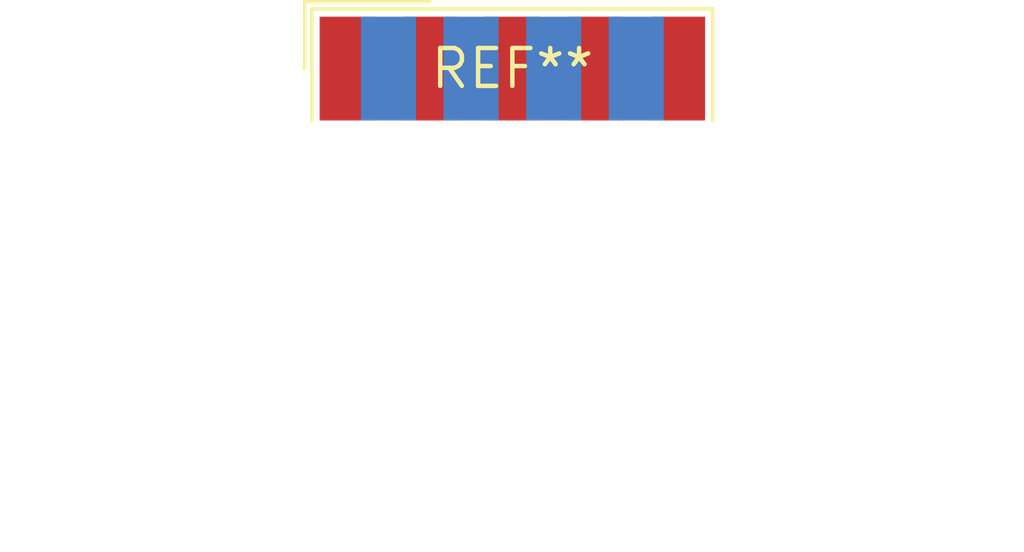
<source format=kicad_pcb>
(kicad_pcb (version 20240108) (generator pcbnew)
  (layers (0 "F.Cu" signal) (31 "B.Cu" signal) (34 "B.Paste" user) (35 "F.Paste" user) (36 "B.SilkS" user "B.Silkscreen") (37 "F.SilkS" user "F.Silkscreen") (38 "B.Mask" user) (39 "F.Mask" user) (44 "Edge.Cuts" user))
  (net 0 "")
  (footprint "DSUB-9_Male_EdgeMount_P2.77mm" (layer "F.Cu") (at 0 0)
    (property "Reference" "REF**")
    (property "Value" "DSUB-9_Male_EdgeMount_P2.77mm")
    (fp_line (start -6.963333 -2.24) (end -2.77 -2.24) (layer "F.SilkS") (stroke (width 0.12)))
    (fp_line (start -6.963333 0) (end -6.963333 -2.24) (layer "F.SilkS") (stroke (width 0.12)))
    (fp_line (start -6.723333 -2) (end -6.723333 1.74) (layer "F.SilkS") (stroke (width 0.12)))
    (fp_line (start 6.723333 -2) (end -6.723333 -2) (layer "F.SilkS") (stroke (width 0.12)))
    (fp_line (start 6.723333 1.74) (end 6.723333 -2) (layer "F.SilkS") (stroke (width 0.12)))
    (pad "1" smd rect (at -5.54 0) (size 1.846667 3.48) (layers "F.Cu" "F.Paste" "F.Mask"))
    (pad "2" smd rect (at -2.77 0) (size 1.846667 3.48) (layers "F.Cu" "F.Paste" "F.Mask"))
    (pad "3" smd rect (at 0 0) (size 1.846667 3.48) (layers "F.Cu" "F.Paste" "F.Mask"))
    (pad "4" smd rect (at 2.77 0) (size 1.846667 3.48) (layers "F.Cu" "F.Paste" "F.Mask"))
    (pad "5" smd rect (at 5.54 0) (size 1.846667 3.48) (layers "F.Cu" "F.Paste" "F.Mask"))
    (pad "6" smd rect (at -4.155 0) (size 1.846667 3.48) (layers "B.Cu" "B.Paste" "B.Mask"))
    (pad "7" smd rect (at -1.385 0) (size 1.846667 3.48) (layers "B.Cu" "B.Paste" "B.Mask"))
    (pad "8" smd rect (at 1.385 0) (size 1.846667 3.48) (layers "B.Cu" "B.Paste" "B.Mask"))
    (pad "9" smd rect (at 4.155 0) (size 1.846667 3.48) (layers "B.Cu" "B.Paste" "B.Mask"))
  )
)
</source>
